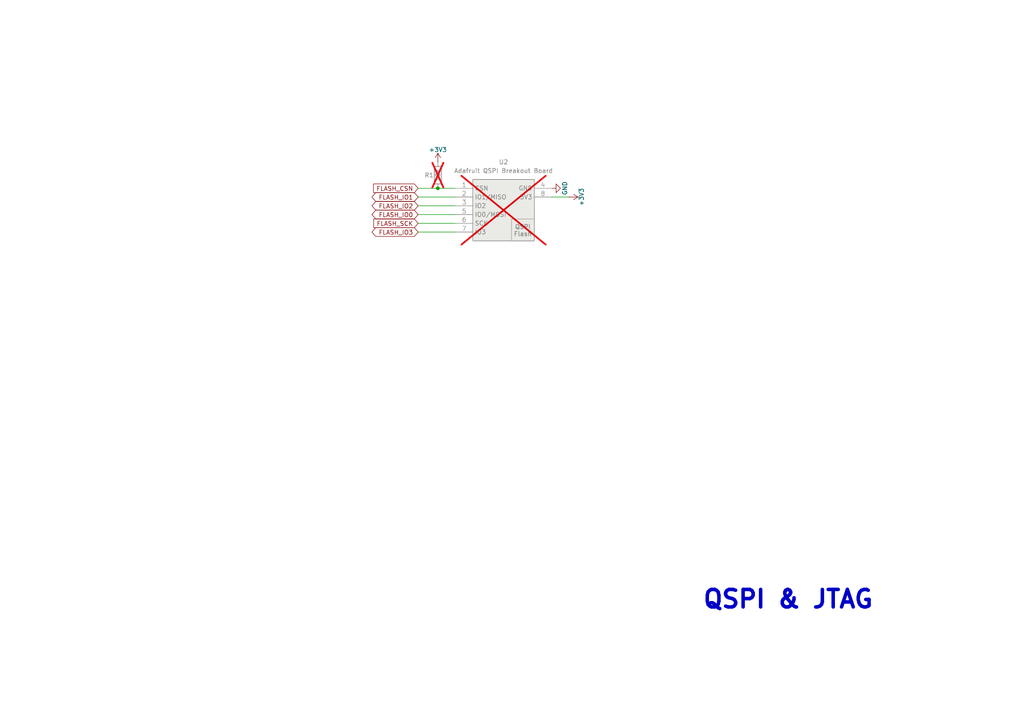
<source format=kicad_sch>
(kicad_sch (version 20231120) (generator "eeschema") (generator_version "8.0")
  (paper "A4")
  (lib_symbols
    (symbol "Device:R" (pin_numbers hide) (pin_names (offset 0))
      (property "Reference" "R" (at 2.032 0 90))
      (property "Value" "R" (at 0 0 90))
      (symbol "R_0_1"
        (rectangle (start -1.016 -2.54) (end 1.016 2.54) (stroke (width 0.254)))
      )
      (symbol "R_1_1"
        (pin passive line (at 0 3.81 270) (length 1.27) (name "~") (number "1"))
        (pin passive line (at 0 -3.81 90) (length 1.27) (name "~") (number "2"))
      )
    )
    (symbol "KicadParts:Adafruit_QSPI_Breakout"
      (property "Reference" "U" (at 4.826 3.556 0))
      (property "Value" "Adafruit QSPI Breakout Board" (at 6.096 1.524 0))
      (symbol "Adafruit_QSPI_Breakout_0_1"
        (rectangle (start 11.2066 -11.4569) (end 17.78 -17.78))
      )
      (symbol "Adafruit_QSPI_Breakout_1_1"
        (rectangle (start 0 0) (end 17.78 -17.78) (stroke (width 0.254)) (fill (type background)))
        (text "QSPI\nFlash" (at 14.478 -14.732 0) (effects (font (size 1.27 1.27) (bold yes))))
        (pin passive line (at -5.08 -2.54 0) (length 5.08) (name "CSN") (number "1"))
        (pin passive line (at -5.08 -5.08 0) (length 5.08) (name "IO1/MISO") (number "2"))
        (pin passive line (at -5.08 -7.62 0) (length 5.08) (name "IO2") (number "3"))
        (pin power_in line (at 22.86 -2.54 180) (length 5.08) (name "GND") (number "4"))
        (pin passive line (at -5.08 -10.16 0) (length 5.08) (name "IO0/MOSI") (number "5"))
        (pin passive line (at -5.08 -12.7 0) (length 5.08) (name "SCK") (number "6"))
        (pin passive line (at -5.08 -15.24 0) (length 5.08) (name "IO3") (number "7"))
        (pin power_in line (at 22.86 -5.08 180) (length 5.08) (name "3V3") (number "8"))
      )
    )
    (symbol "power:+3V3" (power) (pin_numbers hide) (pin_names (offset 0) hide)
      (property "Value" "+3V3" (at 0 3.556 0))
      (symbol "+3V3_0_1"
        (polyline (pts (xy -0.762 1.27) (xy 0 2.54)))
        (polyline (pts (xy 0 0) (xy 0 2.54)))
        (polyline (pts (xy 0 2.54) (xy 0.762 1.27)))
      )
      (symbol "+3V3_1_1"
        (pin power_in line (at 0 0 90) (length 0) (name "~") (number "1"))
      )
    )
    (symbol "power:GND" (power) (pin_numbers hide) (pin_names (offset 0) hide)
      (property "Value" "GND" (at 0 -3.81 0))
      (symbol "GND_0_1"
        (polyline (pts (xy 0 0) (xy 0 -1.27) (xy 1.27 -1.27) (xy 0 -2.54) (xy -1.27 -1.27) (xy 0 -1.27)))
      )
      (symbol "GND_1_1"
        (pin power_in line (at 0 0 270) (length 0) (name "~") (number "1"))
      )
    )
  )
  (junction (at 127 54.61))
  (wire (pts (xy 121.285 64.77) (xy 132.08 64.77)))
  (wire (pts (xy 121.285 54.61) (xy 127 54.61)))
  (wire (pts (xy 121.285 59.69) (xy 132.08 59.69)))
  (wire (pts (xy 121.285 67.31) (xy 132.08 67.31)))
  (wire (pts (xy 160.02 57.15) (xy 165.1 57.15)))
  (wire (pts (xy 121.285 57.15) (xy 132.08 57.15)))
  (wire (pts (xy 127 54.61) (xy 132.08 54.61)))
  (wire (pts (xy 121.285 62.23) (xy 132.08 62.23)))
  (text "QSPI & JTAG" (at 228.6 173.99 0) (effects (font (size 5.08 5.08) (thickness 1.016) (bold yes))))
  (global_label "FLASH_IO1" (shape bidirectional) (at 121.285 57.15 180) (property "Intersheetrefs" "${INTERSHEET_REFS}" (effects (hide yes))))
  (global_label "FLASH_CSN" (shape input) (at 121.285 54.61 180) (property "Intersheetrefs" "${INTERSHEET_REFS}" (effects (hide yes))))
  (global_label "FLASH_IO2" (shape bidirectional) (at 121.285 59.69 180) (property "Intersheetrefs" "${INTERSHEET_REFS}" (effects (hide yes))))
  (global_label "FLASH_SCK" (shape input) (at 121.285 64.77 180) (property "Intersheetrefs" "${INTERSHEET_REFS}" (effects (hide yes))))
  (global_label "FLASH_IO3" (shape bidirectional) (at 121.285 67.31 180) (property "Intersheetrefs" "${INTERSHEET_REFS}" (effects (hide yes))))
  (global_label "FLASH_IO0" (shape bidirectional) (at 121.285 62.23 180) (property "Intersheetrefs" "${INTERSHEET_REFS}" (effects (hide yes))))
  (symbol (lib_id "power:GND") (at 160.02 54.61 90) (unit 1)
    (property "Reference" "#PWR010" (effects (hide yes)))
    (property "Value" "GND" (at 163.83 54.61 0))
    (property "Description" "Power symbol creates a global label with name \"GND\" , ground" (effects (hide yes)))
  )
  (symbol (lib_id "Device:R") (at 127 50.8 0) (unit 1) (exclude_from_sim yes) (in_bom no) (on_board no) (dnp yes)
    (property "Reference" "R1" (at 124.46 50.8 0))
    (property "Value" "10k" (at 127 50.8 90))
    (property "Footprint" "PCM_Resistor_SMD_AKL:R_1206_3216Metric_Pad1.30x1.75mm_HandSolder" (effects (hide yes)))
    (property "Description" "Resistor" (effects (hide yes)))
  )
  (symbol (lib_id "power:+3V3") (at 165.1 57.15 270) (unit 1)
    (property "Reference" "#PWR09" (effects (hide yes)))
    (property "Value" "+3V3" (at 168.656 57.15 0))
    (property "Description" "Power symbol creates a global label with name \"+3V3\"" (effects (hide yes)))
  )
  (symbol (lib_id "KicadParts:Adafruit_QSPI_Breakout") (at 137.16 52.07 0) (unit 1) (exclude_from_sim yes) (in_bom no) (on_board no) (dnp yes)
    (property "Reference" "U2" (at 146.05 46.99 0))
    (property "Value" "Adafruit QSPI Breakout Board" (at 146.05 49.53 0))
    (property "Footprint" "Kicad Parts:Adafruit QSPI Breakout" (effects (hide yes)))
  )
  (symbol (lib_id "power:+3V3") (at 127 46.99 0) (unit 1)
    (property "Reference" "#PWR08" (effects (hide yes)))
    (property "Value" "+3V3" (at 127 43.434 0))
    (property "Description" "Power symbol creates a global label with name \"+3V3\"" (effects (hide yes)))
  )
)
</source>
